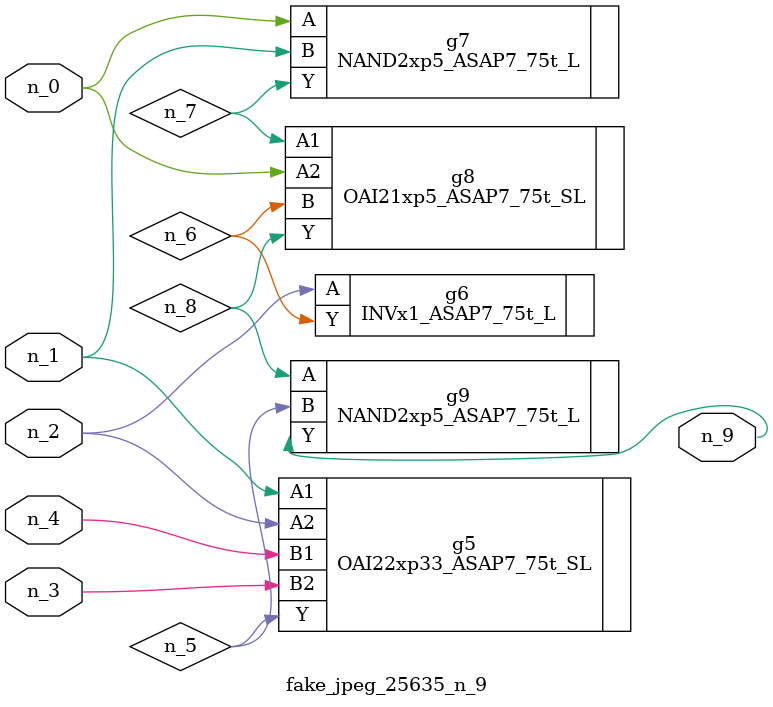
<source format=v>
module fake_jpeg_25635_n_9 (n_3, n_2, n_1, n_0, n_4, n_9);

input n_3;
input n_2;
input n_1;
input n_0;
input n_4;

output n_9;

wire n_8;
wire n_6;
wire n_5;
wire n_7;

OAI22xp33_ASAP7_75t_SL g5 ( 
.A1(n_1),
.A2(n_2),
.B1(n_4),
.B2(n_3),
.Y(n_5)
);

INVx1_ASAP7_75t_L g6 ( 
.A(n_2),
.Y(n_6)
);

NAND2xp5_ASAP7_75t_L g7 ( 
.A(n_0),
.B(n_1),
.Y(n_7)
);

OAI21xp5_ASAP7_75t_SL g8 ( 
.A1(n_7),
.A2(n_0),
.B(n_6),
.Y(n_8)
);

NAND2xp5_ASAP7_75t_L g9 ( 
.A(n_8),
.B(n_5),
.Y(n_9)
);


endmodule
</source>
